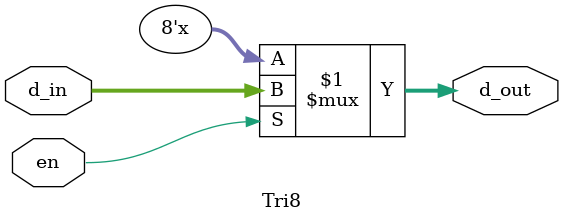
<source format=v>
`timescale 1ns/100ps

module Tri8 ( d_in, en, d_out );
   input [7:0] d_in;
   input en;
   output [7:0] d_out;
   
   assign d_out = en ? d_in : 8'hzz;

endmodule
</source>
